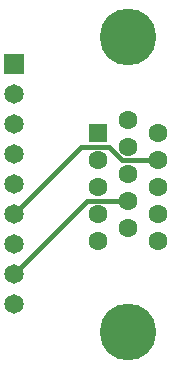
<source format=gbl>
G04*
G04 #@! TF.GenerationSoftware,Altium Limited,Altium Designer,20.1.14 (287)*
G04*
G04 Layer_Physical_Order=2*
G04 Layer_Color=16711680*
%FSLAX24Y24*%
%MOIN*%
G70*
G04*
G04 #@! TF.SameCoordinates,19A3D798-3CF0-405C-A59C-C3945E4A3CB0*
G04*
G04*
G04 #@! TF.FilePolarity,Positive*
G04*
G01*
G75*
%ADD18C,0.0150*%
%ADD19C,0.1890*%
%ADD20C,0.0630*%
%ADD21R,0.0630X0.0630*%
%ADD22R,0.0650X0.0650*%
%ADD23C,0.0650*%
D18*
X2855Y7405D02*
X3763D01*
X600Y5150D02*
X2855Y7405D01*
X3052Y5602D02*
X4399D01*
X600Y3150D02*
X3052Y5602D01*
X3763Y7405D02*
X4214Y6954D01*
X5399D01*
X5400Y6955D01*
X4399Y5602D02*
X4400Y5600D01*
D19*
Y11072D02*
D03*
Y1234D02*
D03*
D20*
X3400Y6955D02*
D03*
X5400D02*
D03*
Y7856D02*
D03*
X3400Y6053D02*
D03*
Y5152D02*
D03*
Y4250D02*
D03*
X5400Y6053D02*
D03*
Y5152D02*
D03*
Y4250D02*
D03*
X4400Y8305D02*
D03*
Y7404D02*
D03*
Y6502D02*
D03*
Y5600D02*
D03*
Y4699D02*
D03*
D21*
X3400Y7856D02*
D03*
D22*
X600Y10150D02*
D03*
D23*
Y9150D02*
D03*
Y8150D02*
D03*
Y7150D02*
D03*
Y6150D02*
D03*
Y5150D02*
D03*
Y4150D02*
D03*
Y3150D02*
D03*
Y2150D02*
D03*
M02*

</source>
